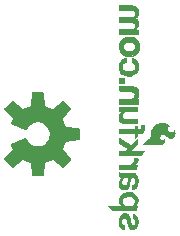
<source format=gbr>
G04 EAGLE Gerber RS-274X export*
G75*
%MOMM*%
%FSLAX34Y34*%
%LPD*%
%INSilkscreen Bottom*%
%IPPOS*%
%AMOC8*
5,1,8,0,0,1.08239X$1,22.5*%
G01*
%ADD10C,0.025400*%
%ADD11R,0.485100X0.495300*%

G36*
X177092Y155029D02*
X177092Y155029D01*
X177200Y155043D01*
X177212Y155049D01*
X177226Y155051D01*
X177322Y155103D01*
X177419Y155150D01*
X177429Y155160D01*
X177441Y155166D01*
X177515Y155246D01*
X177592Y155322D01*
X177598Y155334D01*
X177608Y155345D01*
X177653Y155443D01*
X177701Y155540D01*
X177705Y155558D01*
X177709Y155567D01*
X177711Y155588D01*
X177730Y155685D01*
X178827Y166475D01*
X180895Y167074D01*
X180916Y167085D01*
X180973Y167102D01*
X183429Y168119D01*
X183449Y168132D01*
X183503Y168155D01*
X185389Y169193D01*
X193795Y162339D01*
X193889Y162285D01*
X193981Y162228D01*
X193994Y162225D01*
X194006Y162218D01*
X194113Y162197D01*
X194218Y162172D01*
X194232Y162174D01*
X194246Y162171D01*
X194353Y162186D01*
X194461Y162196D01*
X194474Y162202D01*
X194488Y162204D01*
X194585Y162252D01*
X194684Y162297D01*
X194697Y162308D01*
X194706Y162312D01*
X194721Y162328D01*
X194798Y162390D01*
X200830Y168422D01*
X200893Y168510D01*
X200959Y168596D01*
X200964Y168609D01*
X200972Y168621D01*
X201003Y168724D01*
X201039Y168827D01*
X201039Y168841D01*
X201043Y168854D01*
X201039Y168962D01*
X201040Y169071D01*
X201035Y169084D01*
X201035Y169098D01*
X200997Y169200D01*
X200962Y169302D01*
X200953Y169317D01*
X200949Y169326D01*
X200935Y169343D01*
X200881Y169425D01*
X194027Y177831D01*
X195065Y179717D01*
X195073Y179739D01*
X195101Y179791D01*
X196118Y182247D01*
X196124Y182270D01*
X196146Y182325D01*
X196745Y184393D01*
X207535Y185490D01*
X207639Y185518D01*
X207745Y185543D01*
X207757Y185550D01*
X207770Y185553D01*
X207860Y185614D01*
X207953Y185671D01*
X207961Y185682D01*
X207973Y185690D01*
X208039Y185776D01*
X208108Y185860D01*
X208112Y185873D01*
X208121Y185884D01*
X208155Y185987D01*
X208194Y186088D01*
X208195Y186106D01*
X208199Y186115D01*
X208199Y186137D01*
X208208Y186235D01*
X208208Y194765D01*
X208191Y194872D01*
X208177Y194980D01*
X208171Y194992D01*
X208169Y195006D01*
X208117Y195102D01*
X208070Y195199D01*
X208060Y195209D01*
X208054Y195221D01*
X207974Y195295D01*
X207898Y195372D01*
X207886Y195378D01*
X207876Y195388D01*
X207777Y195433D01*
X207680Y195481D01*
X207662Y195485D01*
X207653Y195489D01*
X207632Y195491D01*
X207535Y195510D01*
X196745Y196607D01*
X196146Y198675D01*
X196135Y198696D01*
X196118Y198753D01*
X195101Y201209D01*
X195088Y201229D01*
X195065Y201283D01*
X194027Y203169D01*
X200881Y211575D01*
X200935Y211669D01*
X200992Y211761D01*
X200995Y211774D01*
X201002Y211786D01*
X201023Y211893D01*
X201048Y211998D01*
X201046Y212012D01*
X201049Y212026D01*
X201034Y212133D01*
X201024Y212241D01*
X201018Y212254D01*
X201016Y212268D01*
X200968Y212365D01*
X200923Y212464D01*
X200912Y212477D01*
X200908Y212486D01*
X200892Y212501D01*
X200830Y212578D01*
X194798Y218610D01*
X194710Y218673D01*
X194624Y218739D01*
X194611Y218744D01*
X194599Y218752D01*
X194496Y218783D01*
X194393Y218819D01*
X194379Y218819D01*
X194366Y218823D01*
X194258Y218819D01*
X194149Y218820D01*
X194136Y218815D01*
X194122Y218815D01*
X194020Y218777D01*
X193918Y218742D01*
X193903Y218733D01*
X193894Y218729D01*
X193877Y218715D01*
X193795Y218661D01*
X185389Y211807D01*
X183503Y212845D01*
X183481Y212853D01*
X183429Y212881D01*
X180973Y213898D01*
X180950Y213904D01*
X180895Y213926D01*
X178827Y214525D01*
X177730Y225315D01*
X177702Y225419D01*
X177677Y225525D01*
X177670Y225537D01*
X177667Y225550D01*
X177606Y225640D01*
X177549Y225733D01*
X177538Y225741D01*
X177530Y225753D01*
X177444Y225819D01*
X177360Y225888D01*
X177347Y225892D01*
X177336Y225901D01*
X177233Y225935D01*
X177132Y225974D01*
X177114Y225975D01*
X177105Y225979D01*
X177083Y225979D01*
X176985Y225988D01*
X168455Y225988D01*
X168348Y225971D01*
X168240Y225957D01*
X168228Y225951D01*
X168214Y225949D01*
X168118Y225897D01*
X168021Y225850D01*
X168011Y225840D01*
X167999Y225834D01*
X167925Y225754D01*
X167848Y225678D01*
X167842Y225666D01*
X167832Y225656D01*
X167787Y225557D01*
X167739Y225460D01*
X167735Y225442D01*
X167731Y225433D01*
X167729Y225412D01*
X167710Y225315D01*
X166613Y214525D01*
X164545Y213926D01*
X164524Y213915D01*
X164467Y213898D01*
X162011Y212881D01*
X161991Y212868D01*
X161937Y212845D01*
X160051Y211807D01*
X151645Y218661D01*
X151551Y218715D01*
X151459Y218772D01*
X151446Y218775D01*
X151434Y218782D01*
X151327Y218803D01*
X151222Y218828D01*
X151208Y218826D01*
X151194Y218829D01*
X151087Y218814D01*
X150979Y218804D01*
X150966Y218798D01*
X150953Y218796D01*
X150855Y218748D01*
X150756Y218703D01*
X150743Y218692D01*
X150734Y218688D01*
X150719Y218672D01*
X150642Y218610D01*
X144610Y212578D01*
X144547Y212490D01*
X144481Y212404D01*
X144476Y212391D01*
X144468Y212379D01*
X144437Y212276D01*
X144401Y212173D01*
X144401Y212159D01*
X144397Y212146D01*
X144401Y212038D01*
X144400Y211929D01*
X144405Y211916D01*
X144405Y211902D01*
X144443Y211800D01*
X144478Y211698D01*
X144487Y211683D01*
X144491Y211674D01*
X144505Y211657D01*
X144559Y211575D01*
X151408Y203175D01*
X150676Y201888D01*
X150669Y201869D01*
X150648Y201833D01*
X149809Y200024D01*
X149799Y199986D01*
X149780Y199950D01*
X149766Y199869D01*
X149744Y199789D01*
X149746Y199749D01*
X149740Y199710D01*
X149753Y199628D01*
X149758Y199545D01*
X149773Y199508D01*
X149779Y199469D01*
X149818Y199396D01*
X149849Y199319D01*
X149875Y199289D01*
X149894Y199253D01*
X149954Y199197D01*
X150008Y199134D01*
X150043Y199114D01*
X150072Y199087D01*
X150202Y199017D01*
X162328Y193994D01*
X162437Y193969D01*
X162544Y193940D01*
X162555Y193941D01*
X162566Y193938D01*
X162676Y193949D01*
X162788Y193957D01*
X162798Y193961D01*
X162809Y193962D01*
X162910Y194008D01*
X163013Y194051D01*
X163021Y194058D01*
X163031Y194063D01*
X163112Y194139D01*
X163196Y194213D01*
X163203Y194224D01*
X163209Y194230D01*
X163218Y194247D01*
X163277Y194336D01*
X164204Y196086D01*
X165396Y197578D01*
X166847Y198821D01*
X168504Y199771D01*
X170309Y200396D01*
X172199Y200672D01*
X174107Y200590D01*
X175967Y200154D01*
X177712Y199378D01*
X179282Y198290D01*
X180621Y196927D01*
X181682Y195339D01*
X182428Y193581D01*
X182833Y191714D01*
X182881Y189805D01*
X182573Y187920D01*
X181918Y186125D01*
X180939Y184485D01*
X179672Y183056D01*
X178160Y181889D01*
X176457Y181025D01*
X174622Y180494D01*
X172716Y180314D01*
X171014Y180458D01*
X169356Y180885D01*
X167793Y181585D01*
X166369Y182536D01*
X165125Y183712D01*
X164096Y185080D01*
X163281Y186658D01*
X163212Y186750D01*
X163145Y186843D01*
X163139Y186848D01*
X163135Y186854D01*
X163040Y186919D01*
X162947Y186986D01*
X162940Y186988D01*
X162934Y186992D01*
X162823Y187023D01*
X162714Y187057D01*
X162706Y187057D01*
X162699Y187059D01*
X162585Y187053D01*
X162470Y187049D01*
X162461Y187046D01*
X162456Y187046D01*
X162441Y187040D01*
X162328Y187006D01*
X150202Y181983D01*
X150168Y181962D01*
X150131Y181949D01*
X150065Y181898D01*
X149995Y181854D01*
X149970Y181823D01*
X149938Y181799D01*
X149893Y181730D01*
X149840Y181666D01*
X149826Y181628D01*
X149804Y181595D01*
X149783Y181515D01*
X149754Y181437D01*
X149753Y181397D01*
X149743Y181359D01*
X149749Y181276D01*
X149746Y181194D01*
X149758Y181155D01*
X149761Y181115D01*
X149809Y180976D01*
X150648Y179167D01*
X150659Y179151D01*
X150676Y179112D01*
X151408Y177825D01*
X144559Y169425D01*
X144505Y169331D01*
X144448Y169239D01*
X144445Y169226D01*
X144438Y169214D01*
X144417Y169107D01*
X144392Y169002D01*
X144394Y168988D01*
X144391Y168974D01*
X144406Y168867D01*
X144416Y168759D01*
X144422Y168746D01*
X144424Y168733D01*
X144472Y168635D01*
X144517Y168536D01*
X144528Y168523D01*
X144532Y168514D01*
X144548Y168499D01*
X144610Y168422D01*
X150642Y162390D01*
X150730Y162327D01*
X150816Y162261D01*
X150829Y162256D01*
X150841Y162248D01*
X150944Y162217D01*
X151047Y162181D01*
X151061Y162181D01*
X151074Y162177D01*
X151182Y162181D01*
X151291Y162180D01*
X151304Y162185D01*
X151318Y162185D01*
X151420Y162223D01*
X151522Y162258D01*
X151537Y162267D01*
X151546Y162271D01*
X151563Y162285D01*
X151645Y162339D01*
X160051Y169193D01*
X161937Y168155D01*
X161959Y168147D01*
X162011Y168119D01*
X164467Y167102D01*
X164490Y167096D01*
X164545Y167074D01*
X166613Y166475D01*
X167710Y155685D01*
X167738Y155581D01*
X167763Y155475D01*
X167770Y155463D01*
X167773Y155450D01*
X167834Y155360D01*
X167891Y155267D01*
X167902Y155259D01*
X167910Y155247D01*
X167996Y155181D01*
X168080Y155113D01*
X168093Y155108D01*
X168104Y155099D01*
X168207Y155065D01*
X168308Y155026D01*
X168326Y155025D01*
X168335Y155021D01*
X168357Y155022D01*
X168455Y155012D01*
X176985Y155012D01*
X177092Y155029D01*
G37*
G36*
X276433Y181207D02*
X276433Y181207D01*
X276439Y181205D01*
X277270Y181275D01*
X277281Y181281D01*
X277296Y181280D01*
X278095Y181520D01*
X278105Y181528D01*
X278119Y181530D01*
X278851Y181931D01*
X278859Y181941D01*
X278872Y181946D01*
X279422Y182416D01*
X279427Y182427D01*
X279439Y182434D01*
X279884Y183004D01*
X279887Y183016D01*
X279897Y183026D01*
X280218Y183674D01*
X280219Y183686D01*
X280227Y183698D01*
X280411Y184397D01*
X280410Y184408D01*
X280415Y184419D01*
X280488Y185359D01*
X280486Y185368D01*
X280489Y185375D01*
X280488Y185377D01*
X280488Y185379D01*
X280415Y186319D01*
X280413Y186323D01*
X280414Y186329D01*
X280338Y186812D01*
X280313Y186851D01*
X280292Y186891D01*
X280288Y186892D01*
X280286Y186895D01*
X280241Y186905D01*
X280197Y186917D01*
X280193Y186915D01*
X280189Y186916D01*
X280151Y186891D01*
X280112Y186868D01*
X280111Y186863D01*
X280108Y186861D01*
X280099Y186820D01*
X280087Y186780D01*
X280103Y186622D01*
X280075Y186484D01*
X280004Y186351D01*
X279405Y185527D01*
X279339Y185459D01*
X279291Y185409D01*
X279153Y185337D01*
X278738Y185244D01*
X278310Y185244D01*
X277894Y185337D01*
X277490Y185543D01*
X277162Y185856D01*
X276797Y186462D01*
X276590Y187140D01*
X276555Y187851D01*
X276652Y188461D01*
X276850Y189047D01*
X277143Y189590D01*
X277508Y190015D01*
X277968Y190330D01*
X278493Y190516D01*
X279049Y190559D01*
X279597Y190457D01*
X280100Y190217D01*
X280535Y189847D01*
X282076Y188394D01*
X282086Y188391D01*
X282092Y188382D01*
X283850Y187195D01*
X283863Y187193D01*
X283873Y187183D01*
X284561Y186903D01*
X284576Y186904D01*
X284591Y186895D01*
X285326Y186796D01*
X285341Y186800D01*
X285358Y186795D01*
X286095Y186882D01*
X286108Y186890D01*
X286126Y186890D01*
X286818Y187157D01*
X286829Y187168D01*
X286846Y187172D01*
X287449Y187603D01*
X287456Y187614D01*
X287468Y187619D01*
X287646Y187808D01*
X287647Y187808D01*
X287885Y188061D01*
X287886Y188061D01*
X288124Y188313D01*
X288126Y188315D01*
X288129Y188323D01*
X288137Y188328D01*
X288697Y189105D01*
X288700Y189115D01*
X288708Y189123D01*
X289096Y189903D01*
X289097Y189915D01*
X289105Y189926D01*
X289336Y190766D01*
X289335Y190778D01*
X289341Y190790D01*
X289407Y191658D01*
X289403Y191669D01*
X289407Y191680D01*
X289321Y192580D01*
X289317Y192589D01*
X289318Y192599D01*
X289098Y193477D01*
X289092Y193485D01*
X289091Y193497D01*
X288990Y193725D01*
X288838Y194081D01*
X288838Y194082D01*
X288617Y194586D01*
X288606Y194596D01*
X288601Y194613D01*
X288263Y195048D01*
X288256Y195051D01*
X288252Y195059D01*
X288227Y195084D01*
X288227Y195085D01*
X288226Y195087D01*
X288134Y195122D01*
X288045Y195081D01*
X288012Y194996D01*
X288012Y194393D01*
X287955Y193882D01*
X287816Y193392D01*
X287561Y192911D01*
X287557Y192908D01*
X287191Y192516D01*
X286731Y192230D01*
X286212Y192073D01*
X285909Y192061D01*
X285609Y192120D01*
X285115Y192326D01*
X284657Y192609D01*
X284247Y192960D01*
X283893Y193372D01*
X283242Y194274D01*
X282993Y194762D01*
X282895Y195292D01*
X282953Y195830D01*
X283018Y196004D01*
X283267Y196365D01*
X283606Y196639D01*
X283709Y196683D01*
X283829Y196699D01*
X284709Y196699D01*
X284750Y196716D01*
X284792Y196730D01*
X284795Y196735D01*
X284800Y196737D01*
X284816Y196778D01*
X284835Y196818D01*
X284833Y196824D01*
X284835Y196829D01*
X284823Y196856D01*
X284807Y196905D01*
X283886Y198031D01*
X283874Y198037D01*
X283867Y198049D01*
X282730Y198956D01*
X282719Y198959D01*
X282711Y198968D01*
X281777Y199470D01*
X281767Y199471D01*
X281759Y199477D01*
X280762Y199835D01*
X280752Y199835D01*
X280743Y199840D01*
X279704Y200047D01*
X279693Y200045D01*
X279683Y200049D01*
X277755Y200110D01*
X277744Y200105D01*
X277732Y200108D01*
X275825Y199820D01*
X275815Y199814D01*
X275803Y199814D01*
X273979Y199186D01*
X273970Y199179D01*
X273958Y199177D01*
X272277Y198230D01*
X272271Y198222D01*
X272260Y198219D01*
X271153Y197334D01*
X271150Y197329D01*
X271145Y197326D01*
X271144Y197324D01*
X271140Y197322D01*
X270787Y196948D01*
X270311Y196443D01*
X270168Y196291D01*
X270165Y196283D01*
X270157Y196277D01*
X269340Y195120D01*
X269338Y195110D01*
X269330Y195102D01*
X268730Y193872D01*
X268729Y193861D01*
X268721Y193851D01*
X268353Y192532D01*
X268355Y192521D01*
X268349Y192510D01*
X268225Y191146D01*
X268227Y191141D01*
X268225Y191135D01*
X268225Y188860D01*
X268160Y188492D01*
X268033Y188141D01*
X267444Y187151D01*
X266662Y186297D01*
X261180Y181425D01*
X261178Y181421D01*
X261173Y181419D01*
X261157Y181377D01*
X261138Y181336D01*
X261140Y181332D01*
X261138Y181327D01*
X261157Y181286D01*
X261172Y181244D01*
X261177Y181242D01*
X261179Y181238D01*
X261252Y181209D01*
X261263Y181205D01*
X261264Y181205D01*
X276428Y181205D01*
X276433Y181207D01*
G37*
G36*
X256933Y125670D02*
X256933Y125670D01*
X256972Y125680D01*
X256978Y125689D01*
X256987Y125693D01*
X256998Y125721D01*
X257020Y125758D01*
X257756Y129644D01*
X257753Y129658D01*
X257758Y129673D01*
X257743Y129705D01*
X257735Y129740D01*
X257722Y129748D01*
X257716Y129762D01*
X257677Y129776D01*
X257652Y129792D01*
X257641Y129789D01*
X257630Y129793D01*
X255713Y129769D01*
X255862Y129903D01*
X255863Y129904D01*
X255864Y129904D01*
X256829Y130793D01*
X256831Y130799D01*
X256838Y130803D01*
X257139Y131146D01*
X257143Y131157D01*
X257153Y131165D01*
X257386Y131559D01*
X257387Y131568D01*
X257394Y131576D01*
X257927Y132897D01*
X257927Y132908D01*
X257934Y132918D01*
X258036Y133400D01*
X258033Y133412D01*
X258038Y133424D01*
X258063Y135405D01*
X258059Y135416D01*
X258061Y135428D01*
X257878Y136513D01*
X257871Y136523D01*
X257871Y136538D01*
X257471Y137562D01*
X257463Y137569D01*
X257461Y137581D01*
X256920Y138483D01*
X256914Y138488D01*
X256911Y138497D01*
X256258Y139321D01*
X256248Y139327D01*
X256243Y139337D01*
X255353Y140129D01*
X255340Y140133D01*
X255331Y140145D01*
X254290Y140724D01*
X254278Y140726D01*
X254267Y140734D01*
X252154Y141408D01*
X252143Y141407D01*
X252132Y141413D01*
X249932Y141696D01*
X249921Y141693D01*
X249909Y141697D01*
X247694Y141579D01*
X247684Y141574D01*
X247672Y141576D01*
X246296Y141253D01*
X246287Y141247D01*
X246275Y141246D01*
X244975Y140690D01*
X244967Y140682D01*
X244956Y140680D01*
X243771Y139908D01*
X243765Y139899D01*
X243754Y139894D01*
X243047Y139237D01*
X243043Y139227D01*
X243033Y139221D01*
X242448Y138453D01*
X242446Y138442D01*
X242437Y138435D01*
X241991Y137579D01*
X241990Y137568D01*
X241982Y137559D01*
X241688Y136640D01*
X241689Y136630D01*
X241683Y136620D01*
X241494Y135408D01*
X241496Y135399D01*
X241493Y135390D01*
X241476Y134163D01*
X241479Y134155D01*
X241477Y134145D01*
X241632Y132928D01*
X241637Y132918D01*
X241637Y132906D01*
X241901Y132062D01*
X241909Y132052D01*
X241912Y132037D01*
X242349Y131268D01*
X242359Y131260D01*
X242364Y131246D01*
X242954Y130586D01*
X242966Y130580D01*
X242974Y130568D01*
X243690Y130048D01*
X243692Y130047D01*
X232588Y130047D01*
X232544Y130029D01*
X232501Y130012D01*
X232500Y130010D01*
X232497Y130009D01*
X232480Y129965D01*
X232462Y129921D01*
X232463Y129919D01*
X232462Y129917D01*
X232471Y129896D01*
X232494Y129836D01*
X236228Y125696D01*
X236234Y125694D01*
X236237Y125688D01*
X236297Y125664D01*
X236318Y125655D01*
X236320Y125656D01*
X236322Y125655D01*
X256896Y125655D01*
X256933Y125670D01*
G37*
G36*
X258015Y274805D02*
X258015Y274805D01*
X258017Y274804D01*
X258060Y274824D01*
X258104Y274842D01*
X258104Y274844D01*
X258106Y274845D01*
X258139Y274930D01*
X258139Y278917D01*
X258138Y278919D01*
X258139Y278921D01*
X258119Y278964D01*
X258101Y279008D01*
X258099Y279008D01*
X258098Y279010D01*
X258013Y279043D01*
X255960Y279043D01*
X255967Y279074D01*
X256363Y279376D01*
X256366Y279382D01*
X256374Y279385D01*
X257161Y280147D01*
X257164Y280155D01*
X257171Y280159D01*
X257783Y280921D01*
X257787Y280935D01*
X257800Y280947D01*
X258204Y281837D01*
X258204Y281849D01*
X258212Y281860D01*
X258466Y282952D01*
X258465Y282961D01*
X258469Y282969D01*
X258596Y284341D01*
X258593Y284351D01*
X258596Y284362D01*
X258527Y285319D01*
X258521Y285330D01*
X258522Y285344D01*
X258262Y286267D01*
X258254Y286277D01*
X258252Y286290D01*
X257849Y287080D01*
X257840Y287088D01*
X257836Y287101D01*
X257290Y287799D01*
X257279Y287805D01*
X257273Y287817D01*
X256604Y288399D01*
X256592Y288402D01*
X256590Y288405D01*
X256590Y288406D01*
X256589Y288406D01*
X256584Y288413D01*
X255926Y288793D01*
X255968Y288835D01*
X256449Y289290D01*
X256450Y289293D01*
X256453Y289294D01*
X257212Y290082D01*
X257215Y290091D01*
X257224Y290096D01*
X257862Y290985D01*
X257864Y290996D01*
X257872Y291004D01*
X258266Y291809D01*
X258266Y291821D01*
X258274Y291832D01*
X258506Y292697D01*
X258504Y292709D01*
X258510Y292721D01*
X258571Y293615D01*
X258570Y293618D01*
X258571Y293619D01*
X258568Y293625D01*
X258571Y293635D01*
X258464Y294914D01*
X258460Y294921D01*
X258462Y294928D01*
X258213Y296188D01*
X258207Y296197D01*
X258207Y296209D01*
X257881Y297075D01*
X257871Y297085D01*
X257868Y297100D01*
X257361Y297874D01*
X257349Y297881D01*
X257343Y297895D01*
X256679Y298541D01*
X256667Y298545D01*
X256658Y298557D01*
X255719Y299145D01*
X255706Y299147D01*
X255696Y299157D01*
X254657Y299543D01*
X254644Y299542D01*
X254632Y299549D01*
X253536Y299718D01*
X253527Y299715D01*
X253517Y299719D01*
X241935Y299719D01*
X241933Y299718D01*
X241931Y299719D01*
X241888Y299699D01*
X241844Y299681D01*
X241844Y299679D01*
X241842Y299678D01*
X241809Y299593D01*
X241809Y295351D01*
X241810Y295349D01*
X241809Y295347D01*
X241829Y295304D01*
X241847Y295260D01*
X241849Y295260D01*
X241850Y295258D01*
X241935Y295225D01*
X252214Y295225D01*
X253094Y295118D01*
X253916Y294806D01*
X254300Y294545D01*
X254613Y294202D01*
X254839Y293796D01*
X254967Y293348D01*
X255035Y292444D01*
X254943Y291541D01*
X254817Y291132D01*
X254607Y290759D01*
X254321Y290441D01*
X253793Y290056D01*
X253198Y289783D01*
X252559Y289634D01*
X251456Y289559D01*
X241935Y289559D01*
X241933Y289558D01*
X241931Y289559D01*
X241888Y289539D01*
X241844Y289521D01*
X241844Y289519D01*
X241842Y289518D01*
X241809Y289433D01*
X241809Y285115D01*
X241810Y285113D01*
X241809Y285111D01*
X241829Y285068D01*
X241847Y285024D01*
X241849Y285024D01*
X241850Y285022D01*
X241935Y284989D01*
X252494Y284989D01*
X253157Y284909D01*
X253776Y284678D01*
X254323Y284308D01*
X254641Y283961D01*
X254874Y283553D01*
X255010Y283102D01*
X255042Y282625D01*
X254992Y281777D01*
X254910Y281337D01*
X254732Y280933D01*
X254466Y280579D01*
X253522Y279759D01*
X252984Y279476D01*
X252393Y279344D01*
X251771Y279374D01*
X251768Y279373D01*
X251765Y279374D01*
X241960Y279374D01*
X241958Y279373D01*
X241956Y279374D01*
X241913Y279354D01*
X241869Y279336D01*
X241869Y279334D01*
X241867Y279333D01*
X241834Y279248D01*
X241834Y274930D01*
X241835Y274928D01*
X241834Y274926D01*
X241854Y274883D01*
X241872Y274839D01*
X241874Y274839D01*
X241875Y274837D01*
X241960Y274804D01*
X258013Y274804D01*
X258015Y274805D01*
G37*
G36*
X246863Y143028D02*
X246863Y143028D01*
X246875Y143033D01*
X246890Y143031D01*
X247831Y143237D01*
X247843Y143246D01*
X247860Y143247D01*
X248722Y143676D01*
X248731Y143686D01*
X248746Y143691D01*
X249355Y144189D01*
X249359Y144197D01*
X249367Y144200D01*
X249368Y144204D01*
X249373Y144207D01*
X249871Y144817D01*
X249874Y144829D01*
X249885Y144838D01*
X250251Y145534D01*
X250252Y145545D01*
X250259Y145554D01*
X250743Y147039D01*
X250742Y147047D01*
X250747Y147056D01*
X251025Y148593D01*
X251024Y148597D01*
X251027Y148602D01*
X251255Y150808D01*
X251481Y152114D01*
X251646Y152583D01*
X251892Y153011D01*
X252153Y153295D01*
X252240Y153355D01*
X252337Y153397D01*
X252858Y153508D01*
X253389Y153508D01*
X253910Y153397D01*
X254224Y153258D01*
X254503Y153059D01*
X254737Y152806D01*
X254930Y152492D01*
X255058Y152146D01*
X255119Y151777D01*
X255169Y150422D01*
X255115Y149835D01*
X254950Y149274D01*
X254695Y148810D01*
X254339Y148420D01*
X253901Y148125D01*
X253406Y147941D01*
X252875Y147878D01*
X252832Y147878D01*
X252830Y147877D01*
X252828Y147878D01*
X252785Y147858D01*
X252741Y147840D01*
X252741Y147838D01*
X252739Y147837D01*
X252706Y147752D01*
X252706Y143611D01*
X252704Y143610D01*
X252694Y143568D01*
X252680Y143526D01*
X252683Y143520D01*
X252682Y143514D01*
X252698Y143489D01*
X252719Y143444D01*
X252744Y143419D01*
X252745Y143419D01*
X252787Y143403D01*
X252836Y143384D01*
X252837Y143384D01*
X252879Y143404D01*
X252922Y143423D01*
X253813Y143545D01*
X253824Y143551D01*
X253839Y143551D01*
X254780Y143885D01*
X254790Y143894D01*
X254804Y143897D01*
X255657Y144416D01*
X255665Y144427D01*
X255678Y144432D01*
X256408Y145115D01*
X256413Y145127D01*
X256425Y145135D01*
X256999Y145952D01*
X257002Y145964D01*
X257011Y145973D01*
X257540Y147131D01*
X257540Y147141D01*
X257547Y147150D01*
X257881Y148379D01*
X257880Y148388D01*
X257884Y148397D01*
X258098Y150137D01*
X258095Y150145D01*
X258098Y150153D01*
X258090Y151907D01*
X258087Y151914D01*
X258089Y151923D01*
X257859Y153662D01*
X257854Y153670D01*
X257855Y153681D01*
X257430Y155095D01*
X257422Y155104D01*
X257421Y155118D01*
X256727Y156421D01*
X256717Y156430D01*
X256712Y156444D01*
X256229Y157006D01*
X256215Y157013D01*
X256206Y157027D01*
X255601Y157454D01*
X255586Y157457D01*
X255574Y157469D01*
X254883Y157736D01*
X254868Y157735D01*
X254853Y157743D01*
X254118Y157834D01*
X254110Y157832D01*
X254102Y157835D01*
X249276Y157835D01*
X249274Y157834D01*
X249272Y157835D01*
X249257Y157828D01*
X249173Y157860D01*
X244835Y157835D01*
X243498Y157937D01*
X242203Y158286D01*
X242004Y158360D01*
X241979Y158359D01*
X241956Y158368D01*
X241932Y158357D01*
X241906Y158356D01*
X241889Y158337D01*
X241867Y158327D01*
X241856Y158300D01*
X241840Y158282D01*
X241842Y158263D01*
X241834Y158242D01*
X241834Y154208D01*
X241831Y154172D01*
X241840Y154144D01*
X241844Y154104D01*
X241863Y154067D01*
X241880Y154053D01*
X241885Y154042D01*
X241892Y154039D01*
X241909Y154016D01*
X241945Y153995D01*
X241962Y153992D01*
X241978Y153980D01*
X242258Y153904D01*
X242261Y153905D01*
X242264Y153903D01*
X243293Y153676D01*
X243316Y153667D01*
X243322Y153660D01*
X243324Y153652D01*
X243323Y153643D01*
X243307Y153619D01*
X242604Y152792D01*
X242600Y152781D01*
X242590Y152772D01*
X242050Y151821D01*
X242049Y151810D01*
X242041Y151800D01*
X241688Y150765D01*
X241689Y150753D01*
X241683Y150743D01*
X241442Y149125D01*
X241445Y149115D01*
X241441Y149104D01*
X241479Y147469D01*
X241484Y147458D01*
X241482Y147444D01*
X241790Y146072D01*
X241798Y146061D01*
X241799Y146046D01*
X242405Y144777D01*
X242415Y144768D01*
X242419Y144754D01*
X242761Y144306D01*
X242771Y144300D01*
X242777Y144288D01*
X243197Y143911D01*
X243208Y143907D01*
X243216Y143897D01*
X243699Y143605D01*
X243710Y143603D01*
X243720Y143595D01*
X244713Y143222D01*
X244724Y143222D01*
X244735Y143216D01*
X245779Y143027D01*
X245790Y143030D01*
X245802Y143025D01*
X246863Y143028D01*
G37*
G36*
X261233Y172170D02*
X261233Y172170D01*
X261253Y172168D01*
X261280Y172190D01*
X261305Y172200D01*
X261310Y172215D01*
X261324Y172225D01*
X263686Y176365D01*
X263690Y176400D01*
X263702Y176432D01*
X263695Y176447D01*
X263697Y176463D01*
X263675Y176490D01*
X263661Y176521D01*
X263645Y176528D01*
X263635Y176540D01*
X263608Y176542D01*
X263576Y176554D01*
X252146Y176554D01*
X257620Y182029D01*
X257622Y182032D01*
X257624Y182033D01*
X257657Y182118D01*
X257657Y186792D01*
X257657Y186794D01*
X257657Y186795D01*
X257637Y186839D01*
X257619Y186883D01*
X257617Y186883D01*
X257616Y186885D01*
X257572Y186901D01*
X257527Y186918D01*
X257525Y186917D01*
X257524Y186918D01*
X257441Y186880D01*
X251875Y181189D01*
X241980Y187786D01*
X241942Y187793D01*
X241905Y187807D01*
X241895Y187802D01*
X241883Y187804D01*
X241852Y187782D01*
X241816Y187765D01*
X241812Y187754D01*
X241803Y187748D01*
X241798Y187718D01*
X241784Y187680D01*
X241809Y182600D01*
X241816Y182583D01*
X241814Y182565D01*
X241836Y182536D01*
X241848Y182510D01*
X241860Y182505D01*
X241870Y182493D01*
X248848Y178260D01*
X248774Y178183D01*
X248652Y178057D01*
X248651Y178057D01*
X248283Y177678D01*
X248161Y177552D01*
X248038Y177426D01*
X247670Y177047D01*
X247547Y176921D01*
X247425Y176795D01*
X247241Y176605D01*
X241833Y176605D01*
X241831Y176604D01*
X241829Y176605D01*
X241786Y176585D01*
X241742Y176567D01*
X241742Y176565D01*
X241740Y176564D01*
X241707Y176479D01*
X241707Y172339D01*
X241708Y172336D01*
X241707Y172333D01*
X241744Y172250D01*
X241795Y172199D01*
X241798Y172198D01*
X241799Y172195D01*
X241884Y172162D01*
X261214Y172162D01*
X261233Y172170D01*
G37*
G36*
X257609Y199062D02*
X257609Y199062D01*
X257611Y199061D01*
X257654Y199081D01*
X257698Y199099D01*
X257698Y199101D01*
X257700Y199102D01*
X257733Y199187D01*
X257733Y203327D01*
X257732Y203329D01*
X257733Y203331D01*
X257713Y203374D01*
X257695Y203418D01*
X257693Y203418D01*
X257692Y203420D01*
X257607Y203453D01*
X247610Y203453D01*
X246780Y203602D01*
X246012Y203945D01*
X245650Y204217D01*
X245349Y204558D01*
X245124Y204953D01*
X244901Y205642D01*
X244821Y206361D01*
X244888Y207082D01*
X245100Y207773D01*
X245388Y208283D01*
X245785Y208714D01*
X246270Y209041D01*
X246820Y209250D01*
X248024Y209475D01*
X249254Y209551D01*
X257556Y209551D01*
X257558Y209552D01*
X257560Y209551D01*
X257603Y209571D01*
X257647Y209589D01*
X257647Y209591D01*
X257649Y209592D01*
X257682Y209677D01*
X257682Y213893D01*
X257681Y213895D01*
X257682Y213897D01*
X257662Y213940D01*
X257644Y213984D01*
X257642Y213984D01*
X257641Y213986D01*
X257556Y214019D01*
X241935Y214019D01*
X241933Y214018D01*
X241931Y214019D01*
X241888Y213999D01*
X241844Y213981D01*
X241844Y213979D01*
X241842Y213978D01*
X241809Y213893D01*
X241809Y209880D01*
X241810Y209878D01*
X241809Y209876D01*
X241829Y209833D01*
X241847Y209789D01*
X241849Y209789D01*
X241850Y209787D01*
X241935Y209754D01*
X243992Y209754D01*
X243351Y209247D01*
X243347Y209239D01*
X243338Y209235D01*
X243231Y209122D01*
X243111Y208996D01*
X242872Y208744D01*
X242752Y208617D01*
X242632Y208491D01*
X242553Y208408D01*
X242550Y208399D01*
X242542Y208394D01*
X241883Y207464D01*
X241881Y207455D01*
X241873Y207447D01*
X241751Y207202D01*
X241750Y207191D01*
X241743Y207182D01*
X241662Y206920D01*
X241663Y206911D01*
X241658Y206902D01*
X241435Y205424D01*
X241437Y205416D01*
X241433Y205408D01*
X241403Y203914D01*
X241407Y203904D01*
X241404Y203893D01*
X241551Y202860D01*
X241557Y202850D01*
X241557Y202836D01*
X241900Y201850D01*
X241908Y201841D01*
X241910Y201828D01*
X242436Y200926D01*
X242446Y200919D01*
X242451Y200906D01*
X242679Y200652D01*
X242690Y200646D01*
X242698Y200635D01*
X243583Y199975D01*
X243594Y199972D01*
X243603Y199962D01*
X244593Y199474D01*
X244605Y199474D01*
X244615Y199466D01*
X245678Y199166D01*
X245689Y199168D01*
X245701Y199162D01*
X246800Y199061D01*
X246806Y199063D01*
X246812Y199061D01*
X257607Y199061D01*
X257609Y199062D01*
G37*
G36*
X257583Y216258D02*
X257583Y216258D01*
X257585Y216257D01*
X257628Y216277D01*
X257672Y216295D01*
X257672Y216297D01*
X257674Y216298D01*
X257707Y216383D01*
X257707Y220421D01*
X257706Y220423D01*
X257707Y220425D01*
X257687Y220468D01*
X257669Y220512D01*
X257667Y220512D01*
X257666Y220514D01*
X257581Y220547D01*
X255513Y220547D01*
X255542Y220589D01*
X255678Y220703D01*
X256056Y220980D01*
X256058Y220984D01*
X256063Y220986D01*
X256536Y221388D01*
X256540Y221395D01*
X256548Y221399D01*
X256964Y221860D01*
X256967Y221871D01*
X256977Y221878D01*
X257544Y222776D01*
X257547Y222789D01*
X257556Y222800D01*
X257925Y223797D01*
X257925Y223809D01*
X257932Y223822D01*
X258087Y224874D01*
X258084Y224884D01*
X258088Y224895D01*
X258067Y225730D01*
X258058Y226108D01*
X258049Y226487D01*
X258038Y226901D01*
X258034Y226912D01*
X258036Y226924D01*
X257830Y227901D01*
X257822Y227913D01*
X257821Y227929D01*
X257399Y228834D01*
X257388Y228843D01*
X257384Y228858D01*
X256766Y229643D01*
X256755Y229649D01*
X256749Y229661D01*
X256174Y230150D01*
X256163Y230153D01*
X256156Y230163D01*
X255507Y230547D01*
X255496Y230549D01*
X255487Y230557D01*
X254782Y230826D01*
X254773Y230826D01*
X254764Y230831D01*
X253657Y231071D01*
X253648Y231069D01*
X253640Y231074D01*
X252511Y231164D01*
X252506Y231162D01*
X252501Y231164D01*
X241960Y231164D01*
X241958Y231163D01*
X241956Y231164D01*
X241913Y231144D01*
X241869Y231126D01*
X241869Y231124D01*
X241867Y231123D01*
X241834Y231038D01*
X241834Y226949D01*
X241835Y226947D01*
X241834Y226945D01*
X241854Y226902D01*
X241872Y226858D01*
X241874Y226858D01*
X241875Y226856D01*
X241960Y226823D01*
X251606Y226823D01*
X252324Y226758D01*
X253012Y226567D01*
X253654Y226257D01*
X254041Y225961D01*
X254350Y225587D01*
X254567Y225152D01*
X254644Y224852D01*
X254661Y224536D01*
X254611Y223431D01*
X254524Y222875D01*
X254320Y222359D01*
X254006Y221902D01*
X253437Y221385D01*
X252758Y221022D01*
X252008Y220806D01*
X251225Y220725D01*
X241859Y220725D01*
X241857Y220724D01*
X241855Y220725D01*
X241812Y220705D01*
X241768Y220687D01*
X241768Y220685D01*
X241766Y220684D01*
X241733Y220599D01*
X241733Y216383D01*
X241734Y216381D01*
X241733Y216379D01*
X241753Y216336D01*
X241771Y216292D01*
X241773Y216292D01*
X241774Y216290D01*
X241859Y216257D01*
X257581Y216257D01*
X257583Y216258D01*
G37*
G36*
X250344Y256497D02*
X250344Y256497D01*
X250370Y256493D01*
X253926Y257306D01*
X253947Y257321D01*
X253976Y257330D01*
X256694Y259464D01*
X256706Y259486D01*
X256729Y259507D01*
X258406Y262885D01*
X258407Y262905D01*
X258418Y262926D01*
X258595Y264399D01*
X258593Y264406D01*
X258596Y264414D01*
X258596Y264465D01*
X258588Y264485D01*
X258587Y264511D01*
X258537Y264638D01*
X258517Y264659D01*
X258505Y264685D01*
X258483Y264694D01*
X258469Y264709D01*
X258445Y264708D01*
X258420Y264718D01*
X255499Y264718D01*
X255459Y264701D01*
X255418Y264689D01*
X255414Y264682D01*
X255408Y264680D01*
X255397Y264652D01*
X255374Y264609D01*
X255224Y263514D01*
X254589Y262366D01*
X253505Y261578D01*
X252616Y261182D01*
X251142Y260908D01*
X249283Y260858D01*
X248035Y261033D01*
X246886Y261407D01*
X245859Y261945D01*
X244851Y263593D01*
X244629Y265341D01*
X245221Y267092D01*
X246202Y268171D01*
X247412Y268714D01*
X248960Y269089D01*
X250385Y269089D01*
X252314Y268838D01*
X253926Y268094D01*
X254735Y267260D01*
X255248Y266307D01*
X255347Y265120D01*
X255347Y265024D01*
X255348Y265021D01*
X255347Y265018D01*
X255367Y264976D01*
X255385Y264933D01*
X255388Y264932D01*
X255390Y264929D01*
X255475Y264898D01*
X255477Y264898D01*
X258447Y264948D01*
X258456Y264952D01*
X258465Y264949D01*
X258500Y264971D01*
X258530Y264984D01*
X258536Y264987D01*
X258537Y264988D01*
X258540Y264997D01*
X258548Y265002D01*
X258561Y265053D01*
X258571Y265079D01*
X258571Y265080D01*
X258569Y265085D01*
X258570Y265090D01*
X258316Y267097D01*
X258310Y267108D01*
X258310Y267122D01*
X257751Y268748D01*
X257740Y268760D01*
X257736Y268779D01*
X256365Y270760D01*
X256352Y270768D01*
X256343Y270784D01*
X255073Y271876D01*
X255057Y271881D01*
X255042Y271895D01*
X252705Y272936D01*
X252688Y272937D01*
X252670Y272946D01*
X250485Y273226D01*
X250470Y273222D01*
X250454Y273226D01*
X248346Y272972D01*
X248338Y272968D01*
X248327Y272969D01*
X245863Y272283D01*
X245849Y272272D01*
X245830Y272268D01*
X244535Y271455D01*
X244526Y271443D01*
X244511Y271435D01*
X243368Y270241D01*
X243364Y270233D01*
X243356Y270227D01*
X242569Y269110D01*
X242565Y269093D01*
X242553Y269078D01*
X241918Y267224D01*
X241919Y267210D01*
X241911Y267196D01*
X241657Y264681D01*
X241662Y264667D01*
X241658Y264651D01*
X242064Y261654D01*
X242076Y261633D01*
X242082Y261604D01*
X243860Y258759D01*
X243881Y258745D01*
X243899Y258720D01*
X246388Y257120D01*
X246411Y257116D01*
X246436Y257101D01*
X250322Y256491D01*
X250344Y256497D01*
G37*
G36*
X246918Y109233D02*
X246918Y109233D01*
X246948Y109236D01*
X246949Y109237D01*
X246950Y109237D01*
X246959Y109248D01*
X246972Y109253D01*
X246975Y109259D01*
X246981Y109262D01*
X246993Y109292D01*
X247009Y109312D01*
X247009Y109314D01*
X247010Y109315D01*
X247009Y109330D01*
X247014Y109342D01*
X247013Y109345D01*
X247014Y109347D01*
X247014Y113208D01*
X247013Y113210D01*
X247014Y113212D01*
X246994Y113255D01*
X246976Y113299D01*
X246974Y113299D01*
X246973Y113301D01*
X246888Y113334D01*
X246841Y113334D01*
X246344Y113363D01*
X245882Y113510D01*
X245468Y113765D01*
X245025Y114207D01*
X244688Y114734D01*
X244471Y115321D01*
X244398Y115883D01*
X244398Y117213D01*
X244472Y117816D01*
X244669Y118383D01*
X244981Y118896D01*
X245065Y118980D01*
X245189Y119107D01*
X245265Y119184D01*
X245610Y119392D01*
X245995Y119509D01*
X246399Y119526D01*
X246794Y119441D01*
X247156Y119261D01*
X247460Y118995D01*
X247691Y118659D01*
X248161Y117552D01*
X248467Y116378D01*
X249330Y112747D01*
X249335Y112740D01*
X249335Y112731D01*
X249641Y111923D01*
X249647Y111916D01*
X249649Y111906D01*
X250076Y111155D01*
X250083Y111149D01*
X250087Y111139D01*
X250624Y110462D01*
X250634Y110457D01*
X250640Y110446D01*
X251025Y110109D01*
X251038Y110105D01*
X251047Y110094D01*
X251494Y109845D01*
X251507Y109844D01*
X251518Y109835D01*
X252007Y109683D01*
X252019Y109685D01*
X252032Y109678D01*
X253168Y109573D01*
X253181Y109576D01*
X253194Y109573D01*
X254328Y109702D01*
X254339Y109708D01*
X254353Y109707D01*
X255437Y110065D01*
X255446Y110073D01*
X255460Y110075D01*
X255982Y110374D01*
X255989Y110384D01*
X256002Y110389D01*
X256457Y110783D01*
X256462Y110794D01*
X256474Y110801D01*
X256843Y111277D01*
X256846Y111288D01*
X256855Y111297D01*
X257509Y112578D01*
X257510Y112589D01*
X257517Y112599D01*
X257928Y113977D01*
X257927Y113988D01*
X257933Y114000D01*
X258088Y115429D01*
X258086Y115436D01*
X258088Y115443D01*
X258088Y117246D01*
X258086Y117252D01*
X258088Y117259D01*
X257948Y118652D01*
X257943Y118661D01*
X257944Y118672D01*
X257576Y120023D01*
X257569Y120033D01*
X257567Y120046D01*
X257029Y121143D01*
X257019Y121152D01*
X257015Y121166D01*
X256258Y122125D01*
X256248Y122131D01*
X256243Y122142D01*
X255847Y122490D01*
X255838Y122493D01*
X255832Y122502D01*
X255390Y122788D01*
X255380Y122790D01*
X255373Y122797D01*
X254585Y123153D01*
X254580Y123153D01*
X254576Y123157D01*
X254018Y123360D01*
X253998Y123359D01*
X253993Y123361D01*
X253970Y123361D01*
X253950Y123365D01*
X253936Y123356D01*
X253924Y123365D01*
X253918Y123363D01*
X253911Y123367D01*
X253200Y123443D01*
X253192Y123440D01*
X253183Y123443D01*
X253146Y123426D01*
X253106Y123414D01*
X253102Y123406D01*
X253094Y123402D01*
X253074Y123352D01*
X253061Y123326D01*
X253063Y123322D01*
X253061Y123317D01*
X253061Y119431D01*
X253079Y119387D01*
X253097Y119343D01*
X253098Y119342D01*
X253099Y119340D01*
X253118Y119333D01*
X253179Y119305D01*
X253439Y119289D01*
X253682Y119234D01*
X254034Y119084D01*
X254347Y118866D01*
X254611Y118591D01*
X254882Y118168D01*
X255071Y117701D01*
X255169Y117205D01*
X255213Y116358D01*
X255169Y115509D01*
X255084Y115060D01*
X254927Y114636D01*
X254732Y114335D01*
X254464Y114102D01*
X254122Y113947D01*
X253750Y113899D01*
X253381Y113964D01*
X253020Y114148D01*
X252727Y114431D01*
X252311Y115106D01*
X252039Y115858D01*
X251635Y117881D01*
X251634Y117882D01*
X251634Y117883D01*
X251253Y119606D01*
X251248Y119613D01*
X251248Y119622D01*
X250638Y121278D01*
X250632Y121284D01*
X250631Y121294D01*
X250226Y122050D01*
X250219Y122056D01*
X250216Y122065D01*
X249708Y122757D01*
X249698Y122762D01*
X249693Y122774D01*
X249343Y123106D01*
X249331Y123111D01*
X249322Y123122D01*
X248910Y123374D01*
X248896Y123376D01*
X248884Y123386D01*
X247881Y123723D01*
X247866Y123722D01*
X247852Y123730D01*
X246797Y123824D01*
X246788Y123821D01*
X246777Y123824D01*
X245736Y123748D01*
X245728Y123744D01*
X245718Y123745D01*
X245054Y123603D01*
X245044Y123596D01*
X245031Y123595D01*
X244406Y123329D01*
X244397Y123321D01*
X244385Y123318D01*
X243821Y122939D01*
X243814Y122929D01*
X243803Y122924D01*
X243060Y122198D01*
X243056Y122188D01*
X243050Y122186D01*
X243050Y122184D01*
X243045Y122182D01*
X242439Y121338D01*
X242437Y121328D01*
X242428Y121319D01*
X241977Y120384D01*
X241976Y120373D01*
X241969Y120363D01*
X241687Y119363D01*
X241688Y119355D01*
X241683Y119346D01*
X241501Y118032D01*
X241503Y118025D01*
X241500Y118019D01*
X241453Y116692D01*
X241455Y116686D01*
X241453Y116679D01*
X241631Y114113D01*
X241636Y114104D01*
X241634Y114094D01*
X241846Y113173D01*
X241854Y113162D01*
X241855Y113148D01*
X242252Y112291D01*
X242259Y112285D01*
X242261Y112276D01*
X243023Y111082D01*
X243029Y111078D01*
X243032Y111069D01*
X243463Y110554D01*
X243474Y110549D01*
X243480Y110537D01*
X244004Y110117D01*
X244015Y110113D01*
X244024Y110103D01*
X244620Y109794D01*
X244629Y109793D01*
X244637Y109786D01*
X245907Y109354D01*
X245917Y109355D01*
X245926Y109350D01*
X246510Y109248D01*
X246517Y109249D01*
X246523Y109246D01*
X246879Y109221D01*
X246886Y109223D01*
X246892Y109221D01*
X246918Y109233D01*
G37*
G36*
X251362Y239472D02*
X251362Y239472D01*
X251371Y239476D01*
X251383Y239474D01*
X252873Y239772D01*
X252883Y239779D01*
X252896Y239779D01*
X254302Y240356D01*
X254310Y240364D01*
X254323Y240367D01*
X255594Y241201D01*
X255600Y241211D01*
X255612Y241216D01*
X256700Y242277D01*
X256705Y242288D01*
X256716Y242296D01*
X257581Y243545D01*
X257584Y243557D01*
X257593Y243566D01*
X258205Y244957D01*
X258205Y244969D01*
X258212Y244981D01*
X258545Y246487D01*
X258542Y246499D01*
X258548Y246512D01*
X258571Y248054D01*
X258568Y248063D01*
X258570Y248073D01*
X258381Y249507D01*
X258378Y249512D01*
X258379Y249518D01*
X258060Y250929D01*
X258055Y250937D01*
X258054Y250947D01*
X257597Y252104D01*
X257587Y252114D01*
X257584Y252128D01*
X256887Y253159D01*
X256876Y253166D01*
X256869Y253180D01*
X255966Y254035D01*
X255954Y254040D01*
X255945Y254052D01*
X254878Y254692D01*
X254866Y254694D01*
X254857Y254703D01*
X253702Y255127D01*
X253692Y255127D01*
X253683Y255132D01*
X252475Y255369D01*
X252461Y255366D01*
X252447Y255371D01*
X252414Y255356D01*
X252379Y255349D01*
X252371Y255336D01*
X252358Y255330D01*
X252342Y255291D01*
X252326Y255265D01*
X252329Y255255D01*
X252325Y255245D01*
X252325Y251054D01*
X252326Y251052D01*
X252325Y251050D01*
X252345Y251007D01*
X252363Y250963D01*
X252365Y250963D01*
X252366Y250961D01*
X252451Y250928D01*
X252469Y250928D01*
X253048Y250861D01*
X253590Y250668D01*
X254075Y250357D01*
X254476Y249944D01*
X254774Y249451D01*
X255035Y248659D01*
X255118Y247827D01*
X255052Y246987D01*
X254871Y246166D01*
X254685Y245752D01*
X254395Y245405D01*
X253484Y244718D01*
X252459Y244213D01*
X251356Y243908D01*
X250215Y243815D01*
X248655Y243944D01*
X247131Y244290D01*
X246414Y244605D01*
X245795Y245080D01*
X245306Y245688D01*
X244976Y246396D01*
X244795Y247175D01*
X244754Y247976D01*
X244827Y248566D01*
X245000Y249135D01*
X245268Y249665D01*
X245613Y250108D01*
X246045Y250466D01*
X246635Y250787D01*
X247272Y251002D01*
X247948Y251106D01*
X247984Y251128D01*
X248022Y251146D01*
X248025Y251154D01*
X248032Y251158D01*
X248038Y251188D01*
X248055Y251231D01*
X248055Y255295D01*
X248054Y255297D01*
X248055Y255299D01*
X248035Y255342D01*
X248017Y255386D01*
X248015Y255386D01*
X248014Y255388D01*
X247929Y255421D01*
X247879Y255421D01*
X247875Y255420D01*
X247871Y255421D01*
X247396Y255389D01*
X247389Y255385D01*
X247379Y255387D01*
X246914Y255292D01*
X246905Y255286D01*
X246893Y255286D01*
X245502Y254744D01*
X245493Y254735D01*
X245479Y254732D01*
X244228Y253917D01*
X244221Y253906D01*
X244208Y253901D01*
X243150Y252848D01*
X243145Y252836D01*
X243133Y252828D01*
X242313Y251580D01*
X242310Y251569D01*
X242302Y251560D01*
X241840Y250467D01*
X241840Y250457D01*
X241834Y250448D01*
X241552Y249295D01*
X241553Y249285D01*
X241549Y249275D01*
X241453Y248092D01*
X241456Y248084D01*
X241453Y248074D01*
X241552Y246488D01*
X241555Y246481D01*
X241554Y246474D01*
X241836Y244910D01*
X241841Y244902D01*
X241840Y244892D01*
X242195Y243822D01*
X242201Y243814D01*
X242203Y243803D01*
X242729Y242806D01*
X242737Y242799D01*
X242741Y242788D01*
X243425Y241892D01*
X243434Y241887D01*
X243439Y241877D01*
X244262Y241106D01*
X244271Y241102D01*
X244278Y241093D01*
X245294Y240411D01*
X245304Y240409D01*
X245312Y240401D01*
X246423Y239887D01*
X246432Y239887D01*
X246441Y239880D01*
X247619Y239546D01*
X247629Y239547D01*
X247638Y239542D01*
X248854Y239397D01*
X248863Y239399D01*
X248873Y239396D01*
X251362Y239472D01*
G37*
G36*
X254894Y186437D02*
X254894Y186437D01*
X254895Y186437D01*
X254978Y186474D01*
X257645Y189141D01*
X257647Y189144D01*
X257649Y189145D01*
X257682Y189230D01*
X257682Y190476D01*
X258013Y190476D01*
X258015Y190477D01*
X258022Y190477D01*
X258023Y190476D01*
X260157Y190653D01*
X260167Y190658D01*
X260179Y190657D01*
X260746Y190805D01*
X260755Y190812D01*
X260767Y190813D01*
X261298Y191062D01*
X261306Y191070D01*
X261318Y191073D01*
X261795Y191413D01*
X261801Y191423D01*
X261813Y191429D01*
X262523Y192172D01*
X262527Y192183D01*
X262538Y192191D01*
X263088Y193059D01*
X263090Y193071D01*
X263099Y193081D01*
X263468Y194039D01*
X263468Y194052D01*
X263475Y194063D01*
X263649Y195076D01*
X263647Y195086D01*
X263651Y195097D01*
X263651Y196647D01*
X263650Y196650D01*
X263651Y196654D01*
X263575Y197971D01*
X263575Y197993D01*
X263574Y197995D01*
X263575Y197997D01*
X263555Y198040D01*
X263537Y198084D01*
X263535Y198084D01*
X263534Y198086D01*
X263449Y198119D01*
X260426Y198119D01*
X260424Y198118D01*
X260422Y198119D01*
X260379Y198099D01*
X260335Y198081D01*
X260335Y198079D01*
X260333Y198078D01*
X260300Y197993D01*
X260300Y197917D01*
X260302Y197912D01*
X260300Y197905D01*
X260326Y197625D01*
X260411Y196710D01*
X260328Y195810D01*
X260231Y195528D01*
X260061Y195288D01*
X259829Y195106D01*
X259406Y194931D01*
X258944Y194868D01*
X257682Y194868D01*
X257682Y197714D01*
X257681Y197716D01*
X257682Y197718D01*
X257662Y197761D01*
X257644Y197805D01*
X257642Y197805D01*
X257641Y197807D01*
X257556Y197840D01*
X254889Y197840D01*
X254887Y197839D01*
X254885Y197840D01*
X254842Y197820D01*
X254798Y197802D01*
X254798Y197800D01*
X254796Y197799D01*
X254763Y197714D01*
X254763Y194842D01*
X241859Y194842D01*
X241857Y194841D01*
X241855Y194842D01*
X241812Y194822D01*
X241768Y194804D01*
X241768Y194802D01*
X241766Y194801D01*
X241733Y194716D01*
X241733Y190551D01*
X241734Y190549D01*
X241733Y190547D01*
X241753Y190504D01*
X241771Y190460D01*
X241773Y190460D01*
X241774Y190458D01*
X241859Y190425D01*
X254739Y190425D01*
X254763Y186562D01*
X254763Y186561D01*
X254783Y186516D01*
X254802Y186472D01*
X254803Y186471D01*
X254848Y186454D01*
X254894Y186437D01*
X254894Y186437D01*
G37*
G36*
X256845Y160326D02*
X256845Y160326D01*
X256883Y160342D01*
X256922Y160352D01*
X256927Y160361D01*
X256936Y160364D01*
X256947Y160393D01*
X256969Y160430D01*
X257655Y164291D01*
X257652Y164304D01*
X257657Y164317D01*
X257642Y164351D01*
X257633Y164387D01*
X257622Y164394D01*
X257616Y164406D01*
X257575Y164422D01*
X257549Y164438D01*
X257540Y164436D01*
X257531Y164439D01*
X254751Y164439D01*
X254766Y164486D01*
X255034Y164665D01*
X256076Y165351D01*
X256080Y165356D01*
X256087Y165359D01*
X256470Y165675D01*
X256477Y165688D01*
X256490Y165696D01*
X256792Y166090D01*
X256793Y166095D01*
X256797Y166098D01*
X257382Y166987D01*
X257383Y166990D01*
X257386Y166993D01*
X257739Y167604D01*
X257741Y167616D01*
X257750Y167627D01*
X257973Y168297D01*
X257972Y168309D01*
X257978Y168321D01*
X258062Y169022D01*
X258059Y169032D01*
X258063Y169044D01*
X257987Y170416D01*
X257966Y170459D01*
X257946Y170502D01*
X257944Y170503D01*
X257944Y170504D01*
X257926Y170510D01*
X257861Y170535D01*
X254000Y170535D01*
X253998Y170534D01*
X253996Y170535D01*
X253953Y170515D01*
X253909Y170497D01*
X253909Y170495D01*
X253907Y170494D01*
X253874Y170409D01*
X253874Y170383D01*
X253878Y170374D01*
X253875Y170363D01*
X253900Y170211D01*
X253902Y170208D01*
X253901Y170205D01*
X254026Y169608D01*
X254026Y168083D01*
X253934Y167541D01*
X253753Y167023D01*
X253489Y166544D01*
X252929Y165877D01*
X252237Y165352D01*
X251444Y164991D01*
X250625Y164791D01*
X249779Y164718D01*
X241960Y164718D01*
X241958Y164717D01*
X241956Y164718D01*
X241913Y164698D01*
X241869Y164680D01*
X241869Y164678D01*
X241867Y164677D01*
X241834Y164592D01*
X241834Y160426D01*
X241835Y160424D01*
X241834Y160422D01*
X241854Y160379D01*
X241872Y160335D01*
X241874Y160334D01*
X241875Y160332D01*
X241960Y160300D01*
X256845Y160326D01*
G37*
%LPC*%
G36*
X248474Y129895D02*
X248474Y129895D01*
X247705Y130019D01*
X247030Y130244D01*
X247018Y130243D01*
X247006Y130249D01*
X246969Y130254D01*
X246942Y130246D01*
X246931Y130246D01*
X246918Y130274D01*
X246898Y130318D01*
X246897Y130318D01*
X246897Y130319D01*
X246812Y130352D01*
X246774Y130352D01*
X246715Y130364D01*
X246655Y130406D01*
X246654Y130406D01*
X246653Y130407D01*
X246577Y130458D01*
X246571Y130459D01*
X246566Y130465D01*
X246002Y130764D01*
X245533Y131176D01*
X245170Y131685D01*
X244880Y132363D01*
X244728Y133085D01*
X244722Y133995D01*
X244901Y134886D01*
X245239Y135625D01*
X245755Y136251D01*
X246413Y136723D01*
X247174Y137012D01*
X249121Y137316D01*
X251092Y137313D01*
X252062Y137122D01*
X252961Y136719D01*
X253747Y136122D01*
X254377Y135363D01*
X254637Y134863D01*
X254793Y134321D01*
X254839Y133754D01*
X254788Y132679D01*
X254714Y132307D01*
X254552Y131969D01*
X253996Y131257D01*
X253316Y130659D01*
X252609Y130246D01*
X251835Y129979D01*
X251020Y129869D01*
X248474Y129895D01*
G37*
%LPD*%
%LPC*%
G36*
X245863Y147370D02*
X245863Y147370D01*
X245555Y147441D01*
X245270Y147576D01*
X245020Y147767D01*
X244723Y148129D01*
X244520Y148550D01*
X244423Y149011D01*
X244373Y150539D01*
X244522Y151581D01*
X244644Y151903D01*
X244829Y152194D01*
X245156Y152532D01*
X245400Y152785D01*
X245548Y152938D01*
X245767Y153088D01*
X246016Y153195D01*
X246181Y153242D01*
X247251Y153449D01*
X248340Y153519D01*
X249174Y153519D01*
X249176Y153520D01*
X249178Y153519D01*
X249221Y153539D01*
X249223Y153539D01*
X249276Y153519D01*
X249568Y153519D01*
X249441Y153377D01*
X249436Y153362D01*
X249423Y153351D01*
X249316Y153144D01*
X249315Y153132D01*
X249307Y153122D01*
X249019Y152158D01*
X249020Y152150D01*
X249016Y152143D01*
X248847Y151151D01*
X248848Y151147D01*
X248845Y151143D01*
X248693Y149700D01*
X248588Y149150D01*
X248391Y148632D01*
X248107Y148158D01*
X247863Y147890D01*
X247565Y147686D01*
X247023Y147466D01*
X246448Y147359D01*
X245863Y147370D01*
G37*
%LPD*%
D10*
X241859Y216383D02*
X257581Y216383D01*
X257581Y220421D01*
X255372Y220421D01*
X255372Y220497D01*
X255374Y220525D01*
X255378Y220553D01*
X255387Y220580D01*
X255398Y220606D01*
X255412Y220631D01*
X255429Y220654D01*
X255448Y220675D01*
X255497Y220719D01*
X255548Y220762D01*
X255600Y220802D01*
X255981Y221082D01*
X256079Y221157D01*
X256176Y221235D01*
X256271Y221316D01*
X256363Y221399D01*
X256454Y221484D01*
X256542Y221572D01*
X256627Y221662D01*
X256711Y221754D01*
X256791Y221848D01*
X256870Y221945D01*
X256870Y221944D02*
X256955Y222055D01*
X257036Y222167D01*
X257115Y222282D01*
X257190Y222399D01*
X257262Y222517D01*
X257331Y222638D01*
X257396Y222760D01*
X257459Y222885D01*
X257517Y223011D01*
X257573Y223138D01*
X257624Y223267D01*
X257673Y223397D01*
X257717Y223529D01*
X257758Y223661D01*
X257796Y223795D01*
X257830Y223930D01*
X257860Y224065D01*
X257886Y224202D01*
X257909Y224339D01*
X257928Y224476D01*
X257943Y224615D01*
X257955Y224753D01*
X257962Y224892D01*
X257972Y225227D01*
X257975Y225561D01*
X257970Y225896D01*
X257958Y226230D01*
X257939Y226564D01*
X257912Y226898D01*
X257898Y227028D01*
X257880Y227158D01*
X257858Y227286D01*
X257833Y227414D01*
X257803Y227541D01*
X257770Y227668D01*
X257733Y227793D01*
X257692Y227917D01*
X257648Y228040D01*
X257600Y228161D01*
X257548Y228281D01*
X257493Y228399D01*
X257434Y228516D01*
X257372Y228630D01*
X257307Y228743D01*
X257238Y228854D01*
X257165Y228963D01*
X257090Y229069D01*
X257011Y229173D01*
X256930Y229275D01*
X256845Y229374D01*
X256757Y229471D01*
X256667Y229565D01*
X256577Y229653D01*
X256484Y229739D01*
X256390Y229822D01*
X256293Y229902D01*
X256193Y229979D01*
X256092Y230054D01*
X255988Y230126D01*
X255883Y230194D01*
X255775Y230260D01*
X255666Y230323D01*
X255555Y230382D01*
X255442Y230439D01*
X255328Y230492D01*
X255212Y230542D01*
X255095Y230588D01*
X254977Y230632D01*
X254857Y230671D01*
X254737Y230708D01*
X254538Y230763D01*
X254338Y230812D01*
X254137Y230857D01*
X253935Y230897D01*
X253732Y230932D01*
X253528Y230962D01*
X253323Y230987D01*
X253118Y231008D01*
X252913Y231023D01*
X252707Y231033D01*
X252501Y231038D01*
X241960Y231038D01*
X241960Y226949D01*
X251612Y226949D01*
X251735Y226947D01*
X251858Y226942D01*
X251981Y226932D01*
X252104Y226920D01*
X252225Y226903D01*
X252347Y226883D01*
X252468Y226859D01*
X252588Y226831D01*
X252707Y226800D01*
X252825Y226766D01*
X252942Y226728D01*
X253058Y226686D01*
X253172Y226641D01*
X253285Y226592D01*
X253397Y226540D01*
X253507Y226485D01*
X253615Y226427D01*
X253721Y226365D01*
X253798Y226317D01*
X253873Y226265D01*
X253946Y226211D01*
X254016Y226154D01*
X254085Y226094D01*
X254151Y226031D01*
X254214Y225966D01*
X254275Y225898D01*
X254332Y225828D01*
X254387Y225756D01*
X254439Y225681D01*
X254489Y225605D01*
X254534Y225526D01*
X254577Y225446D01*
X254617Y225364D01*
X254653Y225281D01*
X254686Y225196D01*
X254710Y225125D01*
X254731Y225054D01*
X254749Y224981D01*
X254763Y224908D01*
X254775Y224834D01*
X254783Y224760D01*
X254788Y224685D01*
X254789Y224611D01*
X254787Y224536D01*
X254788Y224536D02*
X254738Y223418D01*
X254737Y223418D02*
X254730Y223321D01*
X254721Y223224D01*
X254708Y223128D01*
X254691Y223032D01*
X254670Y222936D01*
X254647Y222842D01*
X254619Y222748D01*
X254588Y222656D01*
X254554Y222565D01*
X254516Y222475D01*
X254476Y222387D01*
X254431Y222300D01*
X254384Y222215D01*
X254333Y222131D01*
X254280Y222050D01*
X254223Y221971D01*
X254164Y221893D01*
X254102Y221819D01*
X254101Y221818D02*
X254030Y221739D01*
X253957Y221661D01*
X253880Y221586D01*
X253802Y221514D01*
X253721Y221444D01*
X253638Y221377D01*
X253553Y221313D01*
X253466Y221251D01*
X253376Y221193D01*
X253285Y221137D01*
X253192Y221084D01*
X253098Y221034D01*
X253002Y220988D01*
X252904Y220944D01*
X252805Y220904D01*
X252806Y220904D02*
X252690Y220861D01*
X252572Y220821D01*
X252454Y220784D01*
X252334Y220751D01*
X252214Y220721D01*
X252093Y220694D01*
X251971Y220670D01*
X251849Y220650D01*
X251726Y220633D01*
X251603Y220619D01*
X251479Y220609D01*
X251355Y220603D01*
X251231Y220599D01*
X250889Y220597D01*
X250547Y220599D01*
X250546Y220599D02*
X241859Y220599D01*
X241859Y216383D01*
X255321Y264719D02*
X258547Y264719D01*
X255321Y264719D02*
X255321Y264490D01*
X255319Y264380D01*
X255313Y264270D01*
X255304Y264160D01*
X255290Y264050D01*
X255273Y263941D01*
X255252Y263833D01*
X255227Y263725D01*
X255198Y263619D01*
X255166Y263513D01*
X255129Y263409D01*
X255090Y263306D01*
X255047Y263205D01*
X255000Y263105D01*
X254949Y263006D01*
X254896Y262910D01*
X254839Y262815D01*
X254778Y262723D01*
X254715Y262633D01*
X254648Y262545D01*
X254579Y262459D01*
X254506Y262376D01*
X254431Y262296D01*
X254352Y262218D01*
X254271Y262143D01*
X254188Y262070D01*
X254102Y262001D01*
X253990Y261916D01*
X253875Y261835D01*
X253759Y261756D01*
X253640Y261681D01*
X253520Y261608D01*
X253397Y261539D01*
X253273Y261474D01*
X253147Y261411D01*
X253020Y261352D01*
X252891Y261297D01*
X252760Y261245D01*
X252628Y261196D01*
X252495Y261151D01*
X252361Y261110D01*
X252226Y261072D01*
X252089Y261037D01*
X251952Y261007D01*
X251814Y260980D01*
X251676Y260957D01*
X251536Y260937D01*
X251397Y260921D01*
X251257Y260909D01*
X250905Y260887D01*
X250553Y260874D01*
X250201Y260869D01*
X249848Y260873D01*
X249496Y260885D01*
X249144Y260905D01*
X248793Y260934D01*
X248644Y260950D01*
X248495Y260970D01*
X248346Y260993D01*
X248199Y261020D01*
X248052Y261050D01*
X247905Y261084D01*
X247760Y261122D01*
X247616Y261164D01*
X247473Y261209D01*
X247330Y261257D01*
X247190Y261309D01*
X247050Y261364D01*
X246912Y261423D01*
X246775Y261486D01*
X246640Y261551D01*
X246507Y261620D01*
X246407Y261676D01*
X246309Y261735D01*
X246214Y261797D01*
X246120Y261863D01*
X246029Y261932D01*
X245940Y262004D01*
X245854Y262079D01*
X245770Y262157D01*
X245690Y262238D01*
X245612Y262321D01*
X245537Y262408D01*
X245465Y262496D01*
X245396Y262588D01*
X245331Y262681D01*
X245269Y262777D01*
X245210Y262875D01*
X245155Y262975D01*
X245103Y263077D01*
X245055Y263181D01*
X245010Y263286D01*
X244969Y263392D01*
X244932Y263500D01*
X244893Y263626D01*
X244857Y263754D01*
X244826Y263882D01*
X244798Y264011D01*
X244773Y264141D01*
X244753Y264272D01*
X244736Y264403D01*
X244723Y264535D01*
X244714Y264667D01*
X244709Y264799D01*
X244707Y264931D01*
X244709Y265063D01*
X244715Y265195D01*
X244725Y265327D01*
X244739Y265459D01*
X244756Y265590D01*
X244778Y265720D01*
X244803Y265850D01*
X244831Y265979D01*
X244864Y266107D01*
X244900Y266235D01*
X244940Y266361D01*
X244983Y266486D01*
X245030Y266609D01*
X245081Y266731D01*
X245135Y266852D01*
X245181Y266948D01*
X245231Y267042D01*
X245284Y267135D01*
X245341Y267226D01*
X245400Y267315D01*
X245462Y267402D01*
X245527Y267486D01*
X245595Y267569D01*
X245666Y267649D01*
X245740Y267726D01*
X245816Y267801D01*
X245894Y267874D01*
X245975Y267943D01*
X246059Y268010D01*
X246144Y268074D01*
X246232Y268135D01*
X246322Y268193D01*
X246413Y268248D01*
X246507Y268300D01*
X246651Y268374D01*
X246796Y268444D01*
X246943Y268512D01*
X247091Y268575D01*
X247241Y268635D01*
X247392Y268691D01*
X247545Y268744D01*
X247698Y268793D01*
X247853Y268839D01*
X248009Y268880D01*
X248166Y268918D01*
X248324Y268952D01*
X248482Y268983D01*
X248642Y269009D01*
X248801Y269032D01*
X248962Y269051D01*
X249122Y269066D01*
X249284Y269077D01*
X249445Y269084D01*
X249606Y269088D01*
X249860Y269087D01*
X250113Y269080D01*
X250367Y269067D01*
X250619Y269048D01*
X250872Y269023D01*
X251123Y268992D01*
X251374Y268955D01*
X251624Y268912D01*
X251873Y268863D01*
X252120Y268808D01*
X252250Y268776D01*
X252380Y268739D01*
X252509Y268700D01*
X252636Y268657D01*
X252763Y268611D01*
X252888Y268561D01*
X253011Y268508D01*
X253134Y268452D01*
X253254Y268393D01*
X253373Y268330D01*
X253491Y268264D01*
X253606Y268195D01*
X253720Y268123D01*
X253832Y268048D01*
X253942Y267970D01*
X254049Y267889D01*
X254154Y267806D01*
X254258Y267719D01*
X254358Y267630D01*
X254457Y267538D01*
X254525Y267470D01*
X254591Y267400D01*
X254653Y267328D01*
X254713Y267253D01*
X254770Y267176D01*
X254825Y267097D01*
X254876Y267017D01*
X254924Y266934D01*
X254970Y266849D01*
X255012Y266763D01*
X255051Y266676D01*
X255086Y266587D01*
X255118Y266497D01*
X255118Y266496D02*
X255159Y266369D01*
X255196Y266241D01*
X255230Y266112D01*
X255260Y265982D01*
X255287Y265851D01*
X255310Y265720D01*
X255330Y265587D01*
X255345Y265455D01*
X255358Y265322D01*
X255366Y265189D01*
X255371Y265055D01*
X255372Y264922D01*
X258547Y264922D01*
X258547Y265074D01*
X258545Y265279D01*
X258538Y265485D01*
X258526Y265690D01*
X258510Y265894D01*
X258489Y266099D01*
X258463Y266303D01*
X258433Y266506D01*
X258399Y266708D01*
X258359Y266910D01*
X258315Y267110D01*
X258267Y267310D01*
X258220Y267486D01*
X258169Y267661D01*
X258114Y267835D01*
X258054Y268007D01*
X257991Y268178D01*
X257924Y268347D01*
X257853Y268515D01*
X257778Y268681D01*
X257699Y268846D01*
X257616Y269008D01*
X257530Y269168D01*
X257440Y269327D01*
X257346Y269483D01*
X257249Y269637D01*
X257147Y269789D01*
X257043Y269938D01*
X256935Y270085D01*
X256824Y270229D01*
X256709Y270371D01*
X256591Y270510D01*
X256590Y270510D02*
X256463Y270653D01*
X256332Y270793D01*
X256198Y270930D01*
X256060Y271063D01*
X255920Y271193D01*
X255776Y271320D01*
X255630Y271443D01*
X255480Y271563D01*
X255328Y271679D01*
X255172Y271791D01*
X255015Y271900D01*
X254854Y272005D01*
X254691Y272106D01*
X254526Y272203D01*
X254359Y272296D01*
X254189Y272385D01*
X254017Y272470D01*
X253844Y272550D01*
X253668Y272627D01*
X253490Y272699D01*
X253311Y272767D01*
X253131Y272831D01*
X252948Y272890D01*
X252765Y272945D01*
X252580Y272995D01*
X252394Y273041D01*
X252207Y273083D01*
X252019Y273120D01*
X251830Y273153D01*
X251641Y273181D01*
X251451Y273204D01*
X251260Y273223D01*
X251069Y273237D01*
X250878Y273247D01*
X250686Y273252D01*
X250495Y273253D01*
X250194Y273247D01*
X249892Y273233D01*
X249591Y273212D01*
X249290Y273183D01*
X248990Y273147D01*
X248692Y273104D01*
X248394Y273053D01*
X248098Y272996D01*
X247803Y272930D01*
X247510Y272858D01*
X247218Y272779D01*
X246929Y272692D01*
X246642Y272599D01*
X246357Y272498D01*
X246075Y272390D01*
X246075Y272391D02*
X245924Y272329D01*
X245774Y272263D01*
X245626Y272194D01*
X245480Y272121D01*
X245335Y272045D01*
X245193Y271965D01*
X245052Y271882D01*
X244913Y271795D01*
X244777Y271705D01*
X244643Y271612D01*
X244511Y271516D01*
X244381Y271416D01*
X244254Y271313D01*
X244130Y271207D01*
X244008Y271099D01*
X243889Y270987D01*
X243772Y270872D01*
X243659Y270755D01*
X243548Y270635D01*
X243440Y270512D01*
X243335Y270387D01*
X243234Y270259D01*
X243135Y270128D01*
X243040Y269996D01*
X242948Y269861D01*
X242859Y269723D01*
X242774Y269584D01*
X242692Y269443D01*
X242613Y269300D01*
X242538Y269154D01*
X242466Y269008D01*
X242399Y268859D01*
X242334Y268709D01*
X242274Y268557D01*
X242217Y268404D01*
X242164Y268249D01*
X242085Y267999D01*
X242011Y267748D01*
X241944Y267495D01*
X241882Y267240D01*
X241827Y266985D01*
X241778Y266727D01*
X241735Y266469D01*
X241698Y266210D01*
X241667Y265950D01*
X241642Y265689D01*
X241623Y265428D01*
X241611Y265166D01*
X241605Y264905D01*
X241605Y264643D01*
X241610Y264430D01*
X241620Y264217D01*
X241635Y264004D01*
X241656Y263791D01*
X241681Y263579D01*
X241712Y263368D01*
X241748Y263157D01*
X241788Y262948D01*
X241834Y262739D01*
X241885Y262532D01*
X241941Y262326D01*
X242002Y262121D01*
X242068Y261918D01*
X242138Y261716D01*
X242214Y261517D01*
X242294Y261319D01*
X242379Y261123D01*
X242468Y260929D01*
X242563Y260737D01*
X242662Y260548D01*
X242765Y260361D01*
X242873Y260177D01*
X242985Y259996D01*
X243102Y259817D01*
X243223Y259641D01*
X243348Y259468D01*
X243477Y259298D01*
X243611Y259131D01*
X243702Y259022D01*
X243797Y258916D01*
X243893Y258811D01*
X243992Y258710D01*
X244094Y258610D01*
X244198Y258513D01*
X244305Y258419D01*
X244413Y258327D01*
X244524Y258238D01*
X244637Y258152D01*
X244753Y258069D01*
X244870Y257988D01*
X244989Y257910D01*
X245110Y257835D01*
X245111Y257835D02*
X245282Y257735D01*
X245457Y257638D01*
X245633Y257546D01*
X245811Y257458D01*
X245992Y257374D01*
X246174Y257294D01*
X246359Y257219D01*
X246545Y257148D01*
X246732Y257082D01*
X246922Y257020D01*
X247112Y256962D01*
X247304Y256909D01*
X247497Y256861D01*
X247691Y256817D01*
X247887Y256778D01*
X248083Y256743D01*
X248082Y256743D02*
X248355Y256702D01*
X248628Y256667D01*
X248901Y256639D01*
X249176Y256618D01*
X249451Y256603D01*
X249726Y256595D01*
X250001Y256593D01*
X250276Y256598D01*
X250551Y256610D01*
X250826Y256629D01*
X251100Y256654D01*
X251373Y256686D01*
X251646Y256724D01*
X251917Y256769D01*
X252101Y256804D01*
X252285Y256844D01*
X252467Y256888D01*
X252649Y256936D01*
X252829Y256988D01*
X253008Y257045D01*
X253185Y257106D01*
X253361Y257172D01*
X253536Y257241D01*
X253708Y257315D01*
X253879Y257393D01*
X254048Y257475D01*
X254215Y257560D01*
X254380Y257650D01*
X254543Y257744D01*
X254703Y257841D01*
X254861Y257943D01*
X255017Y258048D01*
X255170Y258157D01*
X255320Y258269D01*
X255468Y258385D01*
X255612Y258504D01*
X255754Y258627D01*
X255893Y258754D01*
X256029Y258883D01*
X256162Y259016D01*
X256292Y259152D01*
X256418Y259291D01*
X256541Y259433D01*
X256660Y259577D01*
X256776Y259725D01*
X256889Y259875D01*
X256998Y260028D01*
X257103Y260184D01*
X257204Y260342D01*
X257302Y260502D01*
X257408Y260686D01*
X257509Y260871D01*
X257606Y261059D01*
X257698Y261250D01*
X257786Y261442D01*
X257870Y261636D01*
X257949Y261833D01*
X258023Y262031D01*
X258092Y262231D01*
X258157Y262432D01*
X258217Y262635D01*
X258272Y262839D01*
X258322Y263045D01*
X258367Y263251D01*
X258408Y263459D01*
X258443Y263667D01*
X258474Y263877D01*
X258500Y264087D01*
X258521Y264297D01*
X258536Y264508D01*
X258547Y264719D01*
D11*
X244285Y235954D03*
M02*

</source>
